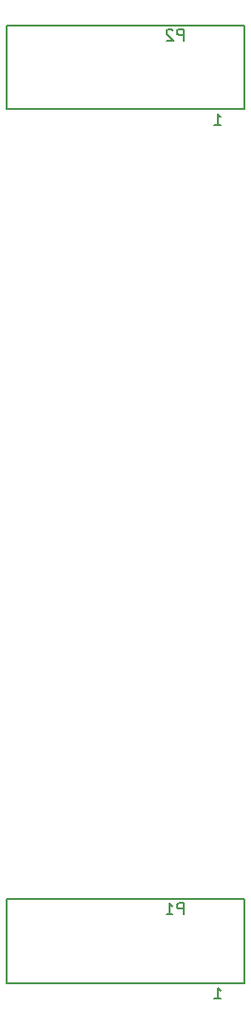
<source format=gbr>
G04 #@! TF.GenerationSoftware,KiCad,Pcbnew,5.0.2-bee76a0~70~ubuntu18.04.1*
G04 #@! TF.CreationDate,2019-05-09T10:06:10+02:00*
G04 #@! TF.ProjectId,breadboard,62726561-6462-46f6-9172-642e6b696361,rev?*
G04 #@! TF.SameCoordinates,Original*
G04 #@! TF.FileFunction,Legend,Bot*
G04 #@! TF.FilePolarity,Positive*
%FSLAX46Y46*%
G04 Gerber Fmt 4.6, Leading zero omitted, Abs format (unit mm)*
G04 Created by KiCad (PCBNEW 5.0.2-bee76a0~70~ubuntu18.04.1) date jeu. 09 mai 2019 10:06:10 CEST*
%MOMM*%
%LPD*%
G01*
G04 APERTURE LIST*
%ADD10C,0.150000*%
G04 APERTURE END LIST*
D10*
G04 #@! TO.C,P2*
X122386017Y-68621027D02*
X122386017Y-61131027D01*
X101116017Y-68621027D02*
X122386017Y-68621027D01*
X101116017Y-61131027D02*
X101116017Y-68621027D01*
X122386017Y-61131027D02*
X101116017Y-61131027D01*
G04 #@! TO.C,P1*
X122386017Y-146721027D02*
X122386017Y-139231027D01*
X101116017Y-146721027D02*
X122386017Y-146721027D01*
X101116017Y-139231027D02*
X101116017Y-146721027D01*
X122386017Y-139231027D02*
X101116017Y-139231027D01*
G04 #@! TO.C,P2*
X116889112Y-62463407D02*
X116889112Y-61463407D01*
X116508159Y-61463407D01*
X116412921Y-61511027D01*
X116365302Y-61558646D01*
X116317683Y-61653884D01*
X116317683Y-61796741D01*
X116365302Y-61891979D01*
X116412921Y-61939598D01*
X116508159Y-61987217D01*
X116889112Y-61987217D01*
X115936731Y-61558646D02*
X115889112Y-61511027D01*
X115793874Y-61463407D01*
X115555778Y-61463407D01*
X115460540Y-61511027D01*
X115412921Y-61558646D01*
X115365302Y-61653884D01*
X115365302Y-61749122D01*
X115412921Y-61891979D01*
X115984350Y-62463407D01*
X115365302Y-62463407D01*
X119665302Y-70028407D02*
X120236731Y-70028407D01*
X119951017Y-70028407D02*
X119951017Y-69028407D01*
X120046255Y-69171265D01*
X120141493Y-69266503D01*
X120236731Y-69314122D01*
G04 #@! TO.C,P1*
X116889112Y-140563407D02*
X116889112Y-139563407D01*
X116508159Y-139563407D01*
X116412921Y-139611027D01*
X116365302Y-139658646D01*
X116317683Y-139753884D01*
X116317683Y-139896741D01*
X116365302Y-139991979D01*
X116412921Y-140039598D01*
X116508159Y-140087217D01*
X116889112Y-140087217D01*
X115365302Y-140563407D02*
X115936731Y-140563407D01*
X115651017Y-140563407D02*
X115651017Y-139563407D01*
X115746255Y-139706265D01*
X115841493Y-139801503D01*
X115936731Y-139849122D01*
X119665302Y-148128407D02*
X120236731Y-148128407D01*
X119951017Y-148128407D02*
X119951017Y-147128407D01*
X120046255Y-147271265D01*
X120141493Y-147366503D01*
X120236731Y-147414122D01*
G04 #@! TD*
M02*

</source>
